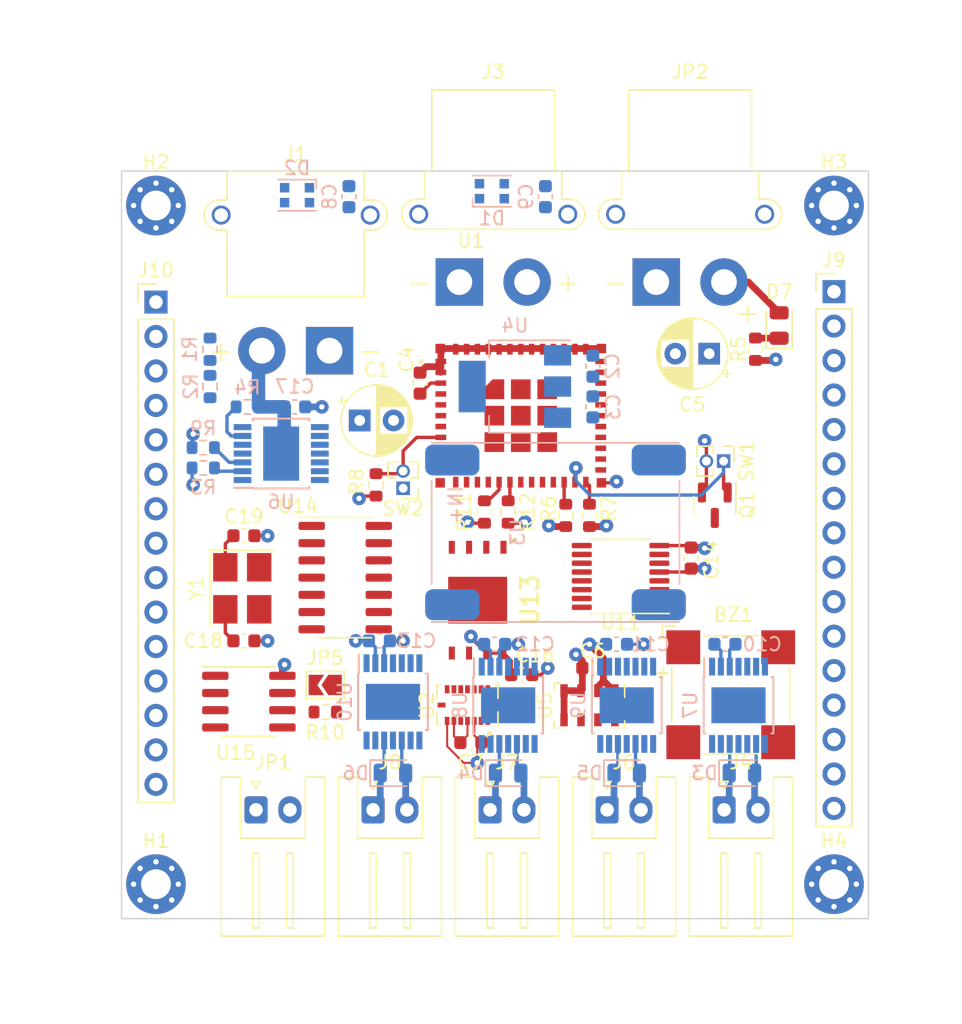
<source format=kicad_pcb>
(kicad_pcb (version 20211014) (generator pcbnew)
  (title_block (rev "1"))
  (layers (0 "F.Cu" signal "Front") (1 "In1.Cu" signal) (2 "In2.Cu" signal) (31 "B.Cu" signal "Back") (34 "B.Paste" user) (35 "F.Paste" user) (36 "B.SilkS" user "B.Silkscreen") (37 "F.SilkS" user "F.Silkscreen") (38 "B.Mask" user) (39 "F.Mask" user) (44 "Edge.Cuts" user))
  (net 0 "")
  (net 1 "+5V")
  (net 2 "Net-(BZ1-Pad2)")
  (net 3 "Earth")
  (net 4 "+BATT")
  (net 5 "/GND")
  (net 6 "VCC")
  (net 7 "+3V3")
  (net 8 "/CAN_CS")
  (net 9 "/FLASH_CS")
  (net 10 "/HSPI_SCK")
  (net 11 "/HSPI_MISO")
  (net 13 "/HSPI_MOSI")
  (net 14 "/BOOTLOADER")
  (net 16 "/PYRO_1")
  (net 17 "/PYRO_2")
  (net 18 "/PYRO_3")
  (net 19 "/VBAT_SENSE")
  (net 20 "/SDA1")
  (net 23 "/SCL1")
  (net 24 "/SCL")
  (net 26 "/SDA")
  (net 27 "Net-(D2-Pad2)")
  (net 28 "Net-(R8-Pad2)")
  (net 31 "/VSPI_SCK")
  (net 32 "/VSPI_MISO")
  (net 33 "/LED_TX")
  (net 34 "/3V3")
  (net 35 "/VSPI_MOSI")
  (net 36 "Net-(U2-Pad12)")
  (net 38 "/PYRO_4")
  (net 39 "/5V")
  (net 40 "/EDDA_EN")
  (net 41 "/EDDA_PWR")
  (net 42 "Net-(C18-Pad1)")
  (net 43 "Net-(C19-Pad1)")
  (net 44 "Net-(D7-Pad1)")
  (net 45 "/RX0")
  (net 46 "/TX0")
  (net 47 "/RX1")
  (net 48 "/CAN_L")
  (net 49 "/CAN_H")
  (net 50 "Net-(JP1-Pad2)")
  (net 51 "/CAN_RX")
  (net 52 "/CAN_TX")
  (net 53 "Net-(JP5-Pad1)")
  (net 54 "/CURR_EN")
  (net 55 "/CURR_SENSE")
  (net 56 "/CAN_IRQ")
  (net 57 "/CURR_SEL")
  (net 62 "/TX1")
  (net 63 "/RX2")
  (net 64 "/TX2")
  (net 65 "/MISC_GPIO0")
  (net 66 "/MISC_GPIO1")
  (net 68 "/MISC_GPIO2")
  (net 71 "/PYRO_1_EN")
  (net 72 "/PYRO_3_EN")
  (net 73 "/PYRO_2_EN")
  (net 74 "/PYRO_4_EN")
  (net 75 "/SDA0")
  (net 76 "/SCL0")
  (net 77 "/MISC_IO0")
  (net 78 "/LED_RMT")
  (net 79 "/MISC_IO2")
  (net 80 "/MISC_IO1")
  (net 83 "/MISC_IO3")
  (footprint "lib:SON127P800X600X80-9N-D" (layer "F.Cu") (at 219.640887 129.96 -90)
    (fp_text reference "U13")
    (fp_text value "W25N02KVZEIR" hide)
  )
  (footprint "Package_SO:TSSOP-16_4.4x5mm_P0.65mm" (layer "F.Cu") (at 230.188887 128.21 180)
    (fp_text reference "U11")
    (fp_text value "PCA9557PW")
  )
  (footprint "Connector_JST:JST_XH_S2B-XH-A_1x02_P2.50mm_Horizontal" (layer "F.Cu") (at 203.284887 145.42)
    (fp_text reference "JP1")
    (fp_text value "power switch")
  )
  (footprint "Capacitor_THT:CP_Radial_D5.0mm_P2.50mm" (layer "F.Cu") (at 210.935775 116.71)
    (fp_text reference "C1")
    (fp_text value "vcc_cap")
  )
  (footprint "Package_SO:SOIC-8_3.9x4.9mm_P1.27mm" (layer "F.Cu") (at 202.756887 137.44)
    (fp_text reference "U15")
    (fp_text value "SN65HVD230")
  )
  (footprint "Connector_JST:JST_XH_S2B-XH-A_1x02_P2.50mm_Horizontal" (layer "F.Cu") (at 220.556887 145.42)
    (fp_text reference "J7")
    (fp_text value "Conn_01x02")
  )
  (footprint "Capacitor_SMD:C_0603_1608Metric" (layer "F.Cu") (at 228.140887 134.96 180)
    (fp_text reference "C6")
    (fp_text value "0.1u")
  )
  (footprint "Connector_JST:JST_XH_S2B-XH-A_1x02_P2.50mm_Horizontal" (layer "F.Cu") (at 229.192887 145.42)
    (fp_text reference "J6")
    (fp_text value "Conn_01x02")
  )
  (footprint "Resistor_SMD:R_0603_1608Metric" (layer "F.Cu") (at 220.140887 123.46 -90)
    (fp_text reference "R11")
    (fp_text value "2k2")
  )
  (footprint "Connector_PinHeader_1.27mm:PinHeader_1x02_P1.27mm_Vertical" (layer "F.Cu") (at 214.140887 121.71 180)
    (fp_text reference "SW2")
    (fp_text value "SW_SPST")
  )
  (footprint "Connector_PinHeader_1.27mm:PinHeader_1x02_P1.27mm_Vertical" (layer "F.Cu") (at 237.790887 119.71 -90)
    (fp_text reference "SW1")
    (fp_text value "SW_SPST")
  )
  (footprint "Package_TO_SOT_SMD:SOT-23" (layer "F.Cu") (at 237.140887 122.96 -90)
    (fp_text reference "Q1")
    (fp_text value "FDN359BN")
  )
  (footprint "MountingHole:MountingHole_2.2mm_M2_Pad_Via" (layer "F.Cu") (at 195.898887 100.864)
    (fp_text reference "H2")
    (fp_text value "MountingHole_Pad")
  )
  (footprint "Buzzer_Beeper:MagneticBuzzer_CUI_CMT-8504-100-SMT" (layer "F.Cu") (at 238.316887 136.932)
    (fp_text reference "BZ1")
    (fp_text value "CMT-8504-100")
  )
  (footprint "Connector_PinHeader_2.54mm:PinHeader_1x15_P2.54mm_Vertical" (layer "F.Cu") (at 195.898887 107.981)
    (fp_text reference "J10")
    (fp_text value "Conn_01x15")
  )
  (footprint "MountingHole:MountingHole_2.2mm_M2_Pad_Via" (layer "F.Cu") (at 245.936887 150.902)
    (fp_text reference "H4")
    (fp_text value "MountingHole_Pad")
  )
  (footprint "Resistor_SMD:R_0603_1608Metric" (layer "F.Cu") (at 208.390887 138.21 180)
    (fp_text reference "R10")
    (fp_text value "120")
  )
  (footprint "Jumper:SolderJumper-2_P1.3mm_Open_TrianglePad1.0x1.5mm" (layer "F.Cu") (at 208.390887 136.21 180)
    (fp_text reference "JP5")
    (fp_text value "SolderJumper_2_Open")
  )
  (footprint "Connector_AMASS:AMASS_XT30PW-M_1x02_P2.50mm_Horizontal" (layer "F.Cu") (at 208.711287 111.5682)
    (fp_text reference "J1")
    (fp_text value "xt30")
  )
  (footprint "Package_SO:SOIC-14_3.9x8.7mm_P1.27mm" (layer "F.Cu") (at 209.868887 128.296)
    (fp_text reference "U14")
    (fp_text value "MCP2517FD-xSL")
  )
  (footprint "Capacitor_SMD:C_0603_1608Metric" (layer "F.Cu") (at 235.390887 126.857 90)
    (fp_text reference "C14")
    (fp_text value "0.1u")
  )
  (footprint "Connector_JST:JST_XH_S2B-XH-A_1x02_P2.50mm_Horizontal" (layer "F.Cu") (at 237.828887 145.42)
    (fp_text reference "J4")
    (fp_text value "Conn_01x02")
  )
  (footprint "Package_LGA:LGA-8_3x5mm_P1.25mm" (layer "F.Cu") (at 227.890887 137.71 -90)
    (fp_text reference "U5")
    (fp_text value "MS5611-01BA")
  )
  (footprint "MountingHole:MountingHole_2.2mm_M2_Pad_Via" (layer "F.Cu") (at 245.936887 100.864)
    (fp_text reference "H3")
    (fp_text value "MountingHole_Pad")
  )
  (footprint "Resistor_SMD:R_0603_1608Metric" (layer "F.Cu") (at 240.140887 111.46 -90)
    (fp_text reference "R5")
    (fp_text value "300")
  )
  (footprint "Connector_AMASS:AMASS_XT30PW-F_1x02_P2.50mm_Horizontal" (layer "F.Cu") (at 232.819687 106.506)
    (fp_text reference "JP2")
    (fp_text value "pyro_arm")
  )
  (footprint "lib:MODULE_ESP32-PICO-MINI-02U" (layer "F.Cu") (at 222.822887 116.358)
    (fp_text reference "U1")
    (fp_text value "ESP32-PICO-MINI-02")
  )
  (footprint "Connector_AMASS:AMASS_XT30PW-F_1x02_P2.50mm_Horizontal" (layer "F.Cu") (at 218.290887 106.506)
    (fp_text reference "J3")
    (fp_text value "xt30")
  )
  (footprint "Resistor_SMD:R_0603_1608Metric" (layer "F.Cu") (at 221.890887 123.46 -90)
    (fp_text reference "R12")
    (fp_text value "2k2")
  )
  (footprint "bmi088:PQFN50P450X300X100-16N" (layer "F.Cu") (at 218.890887 137.694 180)
    (fp_text reference "U2")
    (fp_text value "BMI088")
  )
  (footprint "Capacitor_SMD:C_0603_1608Metric" (layer "F.Cu") (at 215.390887 113.96 90)
    (fp_text reference "C4")
    (fp_text value "4.7u")
  )
  (footprint "Capacitor_SMD:C_0603_1608Metric" (layer "F.Cu") (at 202.390887 125.21)
    (fp_text reference "C19")
    (fp_text value "10p")
  )
  (footprint "Capacitor_THT:CP_Radial_D5.0mm_P2.50mm" (layer "F.Cu") (at 236.728 111.786 180)
    (fp_text reference "C5")
    (fp_text value "edda_cap")
  )
  (footprint "Connector_PinHeader_2.54mm:PinHeader_1x16_P2.54mm_Vertical" (layer "F.Cu") (at 245.936887 107.214)
    (fp_text reference "J9")
    (fp_text value "Conn_01x16")
  )
  (footprint "Capacitor_SMD:C_0603_1608Metric" (layer "F.Cu") (at 222.890887 135.46)
    (fp_text reference "C16")
    (fp_text value "0.1u")
  )
  (footprint "Diode_SMD:D_0805_2012Metric" (layer "F.Cu") (at 241.890887 109.71 90)
    (fp_text reference "D7")
    (fp_text value "LED_Small")
  )
  (footprint "Capacitor_SMD:C_0603_1608Metric" (layer "F.Cu") (at 202.390887 132.96)
    (fp_text reference "C18")
    (fp_text value "10p")
  )
  (footprint "Resistor_SMD:R_0603_1608Metric" (layer "F.Cu") (at 227.890887 123.71 -90)
    (fp_text reference "R7")
    (fp_text value "2k2")
  )
  (footprint "Resistor_SMD:R_0603_1608Metric" (layer "F.Cu") (at 212.140887 121.46 90)
    (fp_text reference "R8")
    (fp_text value "10k")
  )
  (footprint "Capacitor_SMD:C_0603_1608Metric" (layer "F.Cu") (at 219.140887 140.46 180)
    (fp_text reference "C7")
    (fp_text value "0.1u")
  )
  (footprint "MountingHole:MountingHole_2.2mm_M2_Pad_Via" (layer "F.Cu") (at 195.898887 150.902)
    (fp_text reference "H1")
    (fp_text value "MountingHole_Pad")
  )
  (footprint "Resistor_SMD:R_0603_1608Metric" (layer "F.Cu") (at 226.140887 123.71 -90)
    (fp_text reference "R6")
    (fp_text value "2k2")
  )
  (footprint "Connector_JST:JST_XH_S2B-XH-A_1x02_P2.50mm_Horizontal" (layer "F.Cu") (at 211.920887 145.42)
    (fp_text reference "J8")
    (fp_text value "Conn_01x02")
  )
  (footprint "Oscillator:Oscillator_SMD_SeikoEpson_SG8002CE-4Pin_3.2x2.5mm_HandSoldering" (layer "F.Cu") (at 202.268887 129.084 -90)
    (fp_text reference "Y1")
    (fp_text value "40MHz")
  )
  (footprint "Capacitor_SMD:C_0603_1608Metric" (layer "B.Cu") (at 224.640887 100.21 -90)
    (fp_text reference "C9")
    (fp_text value "0.1u")
  )
  (footprint "Package_SO:Infineon_PG-TSDSO-14-22" (layer "B.Cu") (at 221.890887 137.71 -90)
    (fp_text reference "U8")
    (fp_text value "BTN7030-1EPA")
  )
  (footprint "Capacitor_SMD:C_0603_1608Metric" (layer "B.Cu") (at 206.140887 115.71)
    (fp_text reference "C17")
    (fp_text value "0.1u")
  )
  (footprint "china_buck:china_buck" (layer "B.Cu") (at 225.640887 124.96 -90)
    (fp_text reference "U3")
    (fp_text value "china_buck_converter")
  )
  (footprint "Diode_SMD:D_0805_2012Metric" (layer "B.Cu") (at 213.390887 142.71)
    (fp_text reference "D6")
    (fp_text value "D_TVS")
  )
  (footprint "Resistor_SMD:R_0603_1608Metric" (layer "B.Cu") (at 199.890887 114.21 -90)
    (fp_text reference "R2")
    (fp_text value "2k2")
  )
  (footprint "Resistor_SMD:R_0603_1608Metric" (layer "B.Cu") (at 202.640887 115.71 180)
    (fp_text reference "R4")
    (fp_text value "2.2k")
  )
  (footprint "Capacitor_SMD:C_0603_1608Metric" (layer "B.Cu") (at 212.390887 132.96)
    (fp_text reference "C13")
    (fp_text value "0.1u")
  )
  (footprint "Diode_SMD:D_0805_2012Metric" (layer "B.Cu") (at 239.140887 142.71)
    (fp_text reference "D3")
    (fp_text value "D_TVS")
  )
  (footprint "Package_SO:Infineon_PG-TSDSO-14-22" (layer "B.Cu") (at 238.890887 137.71 -90)
    (fp_text reference "U7")
    (fp_text value "BTN7030-1EPA")
  )
  (footprint "Package_SO:Infineon_PG-TSDSO-14-22" (layer "B.Cu") (at 205.140887 119.152)
    (fp_text reference "U6")
    (fp_text value "BTS70802")
  )
  (footprint "Resistor_SMD:R_0603_1608Metric" (layer "B.Cu") (at 199.390887 118.71 180)
    (fp_text reference "R9")
    (fp_text value "300")
  )
  (footprint "Diode_SMD:D_0805_2012Metric" (layer "B.Cu") (at 221.890887 142.71)
    (fp_text reference "D4")
    (fp_text value "D_TVS")
  )
  (footprint "Resistor_SMD:R_0603_1608Metric" (layer "B.Cu") (at 199.890887 111.46 -90)
    (fp_text reference "R1")
    (fp_text value "10k")
  )
  (footprint "Package_SO:Infineon_PG-TSDSO-14-22" (layer "B.Cu") (at 213.390887 137.456 -90)
    (fp_text reference "U10")
    (fp_text value "BTN7030-1EPA")
  )
  (footprint "Capacitor_SMD:C_0603_1608Metric" (layer "B.Cu") (at 228.140887 112.71 90)
    (fp_text reference "C2")
    (fp_text value "4.7u")
  )
  (footprint "Capacitor_SMD:C_0603_1608Metric" (layer "B.Cu") (at 229.890887 133.21)
    (fp_text reference "C11")
    (fp_text value "0.1u")
  )
  (footprint "Capacitor_SMD:C_0603_1608Metric" (layer "B.Cu") (at 237.890887 133.21)
    (fp_text reference "C10")
    (fp_text value "0.1u")
  )
  (footprint "Package_SO:Infineon_PG-TSDSO-14-22" (layer "B.Cu") (at 230.640887 137.71 -90)
    (fp_text reference "U9")
    (fp_text value "BTN7030-1EPA")
  )
  (footprint "LED_SMD:LED_WS2812B-2020_PLCC4_2.0x2.0mm" (layer "B.Cu") (at 206.312887 100.102 180)
    (fp_text reference "D2")
    (fp_text value "WS2812B")
  )
  (footprint "Diode_SMD:D_0805_2012Metric" (layer "B.Cu") (at 230.640887 142.71)
    (fp_text reference "D5")
    (fp_text value "D_TVS")
  )
  (footprint "Capacitor_SMD:C_0603_1608Metric" (layer "B.Cu") (at 220.890887 133.21)
    (fp_text reference "C12")
    (fp_text value "0.1u")
  )
  (footprint "Capacitor_SMD:C_0603_1608Metric" (layer "B.Cu") (at 210.140887 100.21 -90)
    (fp_text reference "C8")
    (fp_text value "0.1u")
  )
  (footprint "Package_TO_SOT_SMD:SOT-223-3_TabPin2" (layer "B.Cu") (at 222.390887 114.21 180)
    (fp_text reference "U4")
    (fp_text value " AP7361-33ER-13 ")
  )
  (footprint "Resistor_SMD:R_0603_1608Metric" (layer "B.Cu") (at 199.390887 120.21)
    (fp_text reference "R3")
    (fp_text value "10k")
  )
  (footprint "Capacitor_SMD:C_0603_1608Metric" (layer "B.Cu") (at 228.140887 115.71 -90)
    (fp_text reference "C3")
    (fp_text value "4.7u")
  )
  (footprint "LED_SMD:LED_WS2812B-2020_PLCC4_2.0x2.0mm" (layer "B.Cu") (at 220.689887 99.806)
    (fp_text reference "D1")
    (fp_text value "WS2812B")
  )
  (gr_line locked (start 193.358887 98.324) (end 193.358887 153.442) (layer "Edge.Cuts") (width 0.1))
  (gr_line locked (start 248.476887 98.324) (end 193.358887 98.324) (layer "Edge.Cuts") (width 0.1))
  (gr_line locked (start 193.358887 153.442) (end 248.476887 153.442) (layer "Edge.Cuts") (width 0.1))
  (gr_line locked (start 248.476887 153.442) (end 248.476887 98.324) (layer "Edge.Cuts") (width 0.1))
  (segment (start 236.340887 126.082) (end 235.390887 126.082) (width 0.5) (layer "F.Cu") (net 3))
  (segment (start 227.365887 136.535) (end 227.265887 136.635) (width 0.5) (layer "F.Cu") (net 3))
  (segment (start 236.520887 119.71) (end 236.520887 118.34) (width 0.25) (layer "F.Cu") (net 3))
  (segment (start 218.890887 139.935) (end 218.365887 140.46) (width 0.15) (layer "F.Cu") (net 3))
  (segment (start 217.890887 138.859) (end 217.890887 139.985) (width 0.15) (layer "F.Cu") (net 3))
  (segment (start 226.015887 136.635) (end 226.015887 138.785) (width 0.5) (layer "F.Cu") (net 3))
  (segment (start 216.922887 112.742) (end 215.833887 112.742) (width 0.5) (layer "F.Cu") (net 3))
  (segment (start 203.165887 125.21) (end 204.140887 125.21) (width 0.25) (layer "F.Cu") (net 3))
  (segment (start 233.051387 125.935) (end 235.243887 125.935) (width 0.25) (layer "F.Cu") (net 3))
  (segment (start 205.231887 135.535) (end 205.231887 134.869) (width 0.5) (layer "F.Cu") (net 3))
  (segment (start 215.833887 112.742) (end 215.390887 113.185) (width 0.5) (layer "F.Cu") (net 3))
  (segment (start 236.520887 118.34) (end 236.390887 118.21) (width 0.25) (layer "F.Cu") (net 3))
  (segment (start 223.665887 135.46) (end 224.315389 135.46) (width 0.25) (layer "F.Cu") (net 3))
  (segment (start 229.792887 121.308) (end 228.772887 121.308) (width 0.25) (layer "F.Cu") (net 3))
  (segment (start 218.890887 138.859) (end 218.890887 139.935) (width 0.15) (layer "F.Cu") (net 3))
  (segment (start 229.890887 121.21) (end 229.792887 121.308) (width 0.25) (layer "F.Cu") (net 3))
  (segment (start 216.922887 112.742) (end 216.922887 113.158) (width 0.5) (layer "F.Cu") (net 3))
  (segment (start 226.890887 133.96) (end 227.365887 134.435) (width 0.5) (layer "F.Cu") (net 3))
  (segment (start 217.890887 139.985) (end 218.365887 140.46) (width 0.15) (layer "F.Cu") (net 3))
  (segment (start 216.872887 111.408) (end 228.772887 111.408) (width 0.5) (layer "F.Cu") (net 3))
  (segment (start 236.390887 126.132) (end 236.340887 126.082) (width 0.5) (layer "F.Cu") (net 3))
  (segment (start 227.365887 134.435) (end 227.365887 134.96) (width 0.5) (layer "F.Cu") (net 3))
  (segment (start 236.520887 119.71) (end 236.520887 121.6925) (width 0.25) (layer "F.Cu") (net 3))
  (segment (start 236.520887 121.6925) (end 236.190887 122.0225) (width 0.25) (layer "F.Cu") (net 3))
  (segment (start 216.922887 112.358) (end 216.922887 112.742) (width 0.5) (layer "F.Cu") (net 3))
  (segment (start 227.265887 136.635) (end 226.015887 136.635) (width 0.5) (layer "F.Cu") (net 3))
  (segment (start 205.231887 134.869) (end 205.390887 134.71) (width 0.5) (layer "F.Cu") (net 3))
  (segment (start 224.315389 135.46) (end 224.815389 134.96) (width 0.25) (layer "F.Cu") (net 3))
  (segment (start 241.565887 112.285) (end 240.140887 112.285) (width 0.5) (layer "F.Cu") (net 3))
  (segment (start 203.165887 132.96) (end 204.140887 132.96) (width 0.25) (layer "F.Cu") (net 3))
  (segment (start 241.640887 112.21) (end 241.565887 112.285) (width 0.5) (layer "F.Cu") (net 3))
  (segment (start 235.243887 125.935) (end 235.390887 126.082) (width 0.25) (layer "F.Cu") (net 3))
  (segment (start 216.922887 112.358) (end 216.922887 111.458) (width 0.5) (layer "F.Cu") (net 3))
  (segment (start 216.922887 111.458) (end 216.872887 111.408) (width 0.5) (layer "F.Cu") (net 3))
  (segment (start 227.365887 134.96) (end 227.365887 136.535) (width 0.5) (layer "F.Cu") (net 3))
  (via (at 236.390887 126.132) (size 1) (drill 0.4) (layers "F.Cu" "B.Cu") (net 3))
  (via (at 241.640887 112.21) (size 1) (drill 0.4) (layers "F.Cu" "B.Cu") (net 3))
  (via (at 226.890887 133.96) (size 1) (drill 0.4) (layers "F.Cu" "B.Cu") (net 3))
  (via (at 204.140887 125.21) (size 1) (drill 0.4) (layers "F.Cu" "B.Cu") (net 3))
  (via (at 198.640887 121.46) (size 1) (drill 0.4) (layers "F.Cu" "B.Cu") (net 3))
  (via (at 231.890887 133.21) (size 1) (drill 0.4) (layers "F.Cu" "B.Cu") (net 3))
  (via (at 198.640887 117.71) (size 1) (drill 0.4) (layers "F.Cu" "B.Cu") (net 3))
  (via (at 204.140887 132.96) (size 1) (drill 0.4) (layers "F.Cu" "B.Cu") (net 3))
  (via (at 214.140887 132.96) (size 1) (drill 0.4) (layers "F.Cu" "B.Cu") (net 3))
  (via (at 205.390887 134.71) (size 1) (drill 0.4) (layers "F.Cu" "B.Cu") (net 3))
  (via (at 229.890887 121.21) (size 1) (drill 0.4) (layers "F.Cu" "B.Cu") (net 3))
  (via (at 222.640887 133.21) (size 1) (drill 0.4) (layers "F.Cu" "B.Cu") (net 3))
  (via (at 224.815389 134.96) (size 1) (drill 0.4) (layers "F.Cu" "B.Cu") (net 3))
  (via (at 236.390887 118.21) (size 1) (drill 0.4) (layers "F.Cu" "B.Cu") (net 3))
  (via (at 208.140887 115.71) (size 1) (drill 0.4) (layers "F.Cu" "B.Cu") (net 3))
  (segment (start 212.453387 144.8875) (end 211.920887 145.42) (width 0.5) (layer "B.Cu") (net 3))
  (segment (start 213.165887 132.96) (end 214.140887 132.96) (width 0.25) (layer "B.Cu") (net 3))
  (segment (start 222.640887 133.21) (end 221.665887 133.21) (width 0.25) (layer "B.Cu") (net 3))
  (segment (start 220.953387 142.71) (end 220.953387 145.0235) (width 0.5) (layer "B.Cu") (net 3))
  (segment (start 238.203387 142.71) (end 238.240887 142.6725) (width 0.25) (layer "B.Cu") (net 3))
  (segment (start 229.703387 142.71) (end 229.990887 142.4225) (width 0.25) (layer "B.Cu") (net 3))
  (segment (start 238.203387 142.71) (end 238.203387 145.0455) (width 0.5) (layer "B.Cu") (net 3))
  (segment (start 198.565887 121.385) (end 198.640887 121.46) (width 0.25) (layer "B.Cu") (net 3))
  (segment (start 238.240887 142.6725) (end 238.240887 140.56) (width 0.25) (layer "B.Cu") (net 3))
  (segment (start 212.740887 140.306) (end 212.740887 142.4225) (width 0.25) (layer "B.Cu") (net 3))
  (segment (start 212.740887 133.385) (end 212.740887 134.606) (width 0.25) (layer "B.Cu") (net 3))
  (segment (start 221.240887 142.4225) (end 220.953387 142.71) (width 0.25) (layer "B.Cu") (net 3))
  (segment (start 221.665887 133.21) (end 221.240887 133.635) (width 0.25) (layer "B.Cu") (net 3))
  (segment (start 198.565887 118.71) (end 198.565887 117.785) (width 0.25) (layer "B.Cu") (net 3))
  (segment (start 220.953387 145.0235) (end 220.556887 145.42) (width 0.5) (layer "B.Cu") (net 3))
  (segment (start 238.665887 133.21) (end 238.240887 133.635) (width 0.25) (layer "B.Cu") (net 3))
  (segment (start 212.740887 142.4225) (end 212.453387 142.71) (width 0.25) (layer "B.Cu") (net 3))
  (segment (start 229.703387 144.9095) (end 229.192887 145.42) (width 0.5) (layer "B.Cu") (net 3))
  (segment (start 229.703387 142.71) (end 229.703387 144.9095) (width 0.5) (layer "B.Cu") (net 3))
  (segment (start 229.990887 142.4225) (end 229.990887 140.56) (width 0.25) (layer "B.Cu") (net 3))
  (segment (start 212.453387 142.71) (end 212.453387 144.8875) (width 0.5) (layer "B.Cu") (net 3))
  (segment (start 198.565887 120.21) (end 198.565887 121.385) (width 0.25) (layer "B.Cu") (net 3))
  (segment (start 213.165887 132.96) (end 212.740887 133.385) (width 0.25) (layer "B.Cu") (net 3))
  (segment (start 221.240887 133.635) (end 221.240887 134.86) (width 0.25) (layer "B.Cu") (net 3))
  (segment (start 238.240887 133.635) (end 238.240887 134.86) (width 0.25) (layer "B.Cu") (net 3))
  (segment (start 221.240887 140.56) (end 221.240887 142.4225) (width 0.25) (layer "B.Cu") (net 3))
  (segment (start 198.565887 117.785) (end 198.640887 117.71) (width 0.25) (layer "B.Cu") (net 3))
  (segment (start 230.665887 133.21) (end 231.890887 133.21) (width 0.25) (layer "B.Cu") (net 3))
  (segment (start 238.203387 145.0455) (end 237.828887 145.42) (width 0.5) (layer "B.Cu") (net 3))
  (segment (start 206.915887 115.71) (end 208.140887 115.71) (width 0.5) (layer "B.Cu") (net 3))
  (segment (start 203.465887 115.71) (end 203.465887 111.8136) (width 1) (layer "B.Cu") (net 4))
  (segment (start 205.365887 115.71) (end 205.365887 118.927) (width 1) (layer "B.Cu") (net 4))
  (segment (start 203.465887 111.8136) (end 203.711287 111.5682) (width 1) (layer "B.Cu") (net 4))
  (segment (start 205.365887 115.71) (end 203.465887 115.71) (width 1) (layer "B.Cu") (net 4))
  (segment (start 205.365887 118.927) (end 205.140887 119.152) (width 1) (layer "B.Cu") (net 4))
  (segment (start 228.915887 135.935) (end 228.515887 136.335) (width 0.5) (layer "F.Cu") (net 7))
  (segment (start 217.390887 138.859) (end 217.390887 140.737138) (width 0.15) (layer "F.Cu") (net 7))
  (segment (start 235.137887 127.885) (end 235.390887 127.632) (width 0.25) (layer "F.Cu") (net 7))
  (segment (start 219.140887 132.635498) (end 219.140887 132.725) (width 0.25) (layer "F.Cu") (net 7))
  (segment (start 229.665887 136.635) (end 229.765887 136.635) (width 0.5) (layer "F.Cu") (net 7))
  (segment (start 229.065887 124.535) (end 227.890887 124.535) (width 0.5) (layer "F.Cu") (net 7))
  (segment (start 233.051387 127.885) (end 235.137887 127.885) (width 0.25) (layer "F.Cu") (net 7))
  (segment (start 228.915887 134.96) (end 228.915887 135.785) (width 0.5) (layer "F.Cu") (net 7))
  (segment (start 211.065887 122.285) (end 212.140887 122.285) (width 0.25) (layer "F.Cu") (net 7))
  (segment (start 228.915887 134.235) (end 228.915887 134.96) (width 0.5) (layer "F.Cu") (net 7))
  (segment (start 224.890887 124.46) (end 224.965887 124.535) (width 0.5) (layer "F.Cu") (net 7))
  (segment (start 219.915887 140.46) (end 219.603608 140.772279) (width 0.15) (layer "F.Cu") (net 7))
  (segment (start 228.915887 135.785) (end 228.915887 135.935) (width 0.5) (layer "F.Cu") (net 7))
  (segment (start 224.965887 124.535) (end 226.140887 124.535) (width 0.5) (layer "F.Cu") (net 7))
  (segment (start 235.390887 127.632) (end 236.390887 127.632) (width 0.5) (layer "F.Cu") (net 7))
  (segment (start 221.890887 124.285) (end 223.065887 124.285) (width 0.25) (layer "F.Cu") (net 7))
  (segment (start 220.140887 124.285) (end 218.965887 124.285) (width 0.25) (layer "F.Cu") (net 7))
  (segment (start 219.140887 132.725) (end 220.275887 133.86) (width 0.25) (layer "F.Cu") (net 7))
  (segment (start 219.390887 138.859) (end 219.390887 139.935) (width 0.15) (layer "F.Cu") (net 7))
  (segment (start 219.390887 139.935) (end 219.915887 140.46) (width 0.15) (layer "F.Cu") (net 7))
  (segment (start 216.167887 113.958) (end 215.390887 114.735) (width 0.25) (layer "F.Cu") (net 7))
  (segment (start 218.965887 124.285) (end 218.890887 124.21) (width 0.25) (layer "F.Cu") (net 7))
  (segment (start 222.115887 135.46) (end 222.115887 134.43) (width 0.25) (layer "F.Cu") (net 7))
  (segment (start 228.915887 135.785) (end 228.915887 135.885) (width 0.5) (layer "F.Cu") (net 7))
  (segment (start 218.609793 141.956044) (end 219.603608 141.956044) (width 0.15) (layer "F.Cu") (net 7))
  (segment (start 228.515887 136.335) (end 228.515887 136.635) (width 0.5) (layer "F.Cu") (net 7))
  (segment (start 228.915887 135.885) (end 229.665887 136.635) (width 0.5) (layer "F.Cu") (net 7))
  (segment (start 210.890887 122.46) (end 211.065887 122.285) (width 0.25) (layer "F.Cu") (net 7))
  (segment (start 219.603608 140.772279) (end 219.603608 141.956044) (width 0.15) (layer "F.Cu") (net 7))
  (segment (start 222.115887 134.43) (end 221.545887 133.86) (width 0.25) (layer "F.Cu") (net 7))
  (segment (start 227.890887 133.21) (end 228.915887 134.235) (width 0.5) (layer "F.Cu") (net 7))
  (segment (start 229.140887 124.46) (end 229.065887 124.535) (width 0.5) (layer "F.Cu") (net 7))
  (segment (start 217.390887 140.737138) (end 218.609793 141.956044) (width 0.15) (layer "F.Cu") (net 7))
  (segment (start 216.922887 113.958) (end 216.167887 113.958) (width 0.25) (layer "F.Cu") (net 7))
  (segment (start 221.545887 133.86) (end 220.275887 133.86) (width 0.25) (layer "F.Cu") (net 7))
  (segment (start 223.065887 124.285) (end 223.140887 124.21) (width 0.25) (layer "F.Cu") (net 7))
  (via (at 210.890887 122.46) (size 1) (drill 0.4) (layers "F.Cu" "B.Cu") (net 7))
  (via (at 236.390887 127.632) (size 1) (drill 0.4) (layers "F.Cu" "B.Cu") (net 7))
  (via (at 227.890887 133.21) (size 1) (drill 0.4) (layers "F.Cu" "B.Cu") (net 7))
  (via (at 229.140887 124.46) (size 1) (drill 0.4) (layers "F.Cu" "B.Cu") (net 7))
  (via (at 210.640887 132.96) (size 1) (drill 0.4) (layers "F.Cu" "B.Cu") (net 7))
  (via (at 219.603608 141.956044) (size 1) (drill 0.4) (layers "F.Cu" "B.Cu") (net 7))
  (via (at 224.890887 124.46) (size 1) (drill 0.4) (layers "F.Cu" "B.Cu") (net 7))
  (via (at 218.890887 124.21) (size 1) (drill 0.4) (layers "F.Cu" "B.Cu") (net 7))
  (via (at 223.140887 124.21) (size 1) (drill 0.4) (layers "F.Cu" "B.Cu") (net 7))
  (via (at 219.140887 132.635498) (size 1) (drill 0.4) (layers "F.Cu" "B.Cu") (net 7))
  (segment (start 237.590887 133.685) (end 237.590887 134.86) (width 0.25) (layer "B.Cu") (net 7))
  (segment (start 212.090887 133.435) (end 212.090887 134.606) (width 0.25) (layer "B.Cu") (net 7))
  (segment (start 211.615887 132.96) (end 212.090887 133.435) (width 0.25) (layer "B.Cu") (net 7))
  (segment (start 220.115887 133.21) (end 220.590887 133.685) (width 0.25) (layer "B.Cu") (net 7))
  (segment (start 219.140887 132.635498) (end 219.715389 133.21) (width 0.25) (layer "B.Cu") (net 7))
  (segment (start 211.615887 132.96) (end 210.640887 132.96) (width 0.25) (layer "B.Cu") (net 7))
  (segment (start 237.115887 133.21) (end 237.590887 133.685) (width 0.25) (layer "B.Cu") (net 7))
  (segment (start 220.590887 133.685) (end 220.590887 134.86) (width 0.25) (layer "B.Cu") (net 7))
  (segment (start 219.715389 133.21) (end 220.115887 133.21) (width 0.25) (layer "B.Cu") (net 7))
  (segment (start 227.890887 133.21) (end 229.115887 133.21) (width 0.25) (layer "B.Cu") (net 7))
  (segment (start 237.790887 121.7225) (end 238.090887 122.0225) (width 0.25) (layer "F.Cu") (net 14))
  (segment (start 226.822887 121.258) (end 226.822887 120.278) (width 0.25) (layer "F.Cu") (net 14))
  (segment (start 237.790887 119.71) (end 237.790887 121.7225) (width 0.25) (layer "F.Cu") (net 14))
  (segment (start 226.822887 120.278) (end 226.890887 120.21) (width 0.25) (layer "F.Cu") (net 14))
  (via (at 226.890887 120.21) (size 1) (drill 0.4) (layers "F.Cu" "B.Cu") (net 14))
  (segment (start 237.790887 120.56) (end 237.790887 119.71) (width 0.25) (layer "B.Cu") (net 14))
  (segment (start 236.140887 122.21) (end 237.790887 120.56) (width 0.25) (layer "B.Cu") (net 14))
  (segment (start 226.890887 120.21) (end 226.890887 121.173874) (width 0.25) (layer "B.Cu") (net 14))
  (segment (start 226.890887 121.173874) (end 227.927013 122.21) (width 0.25) (layer "B.Cu") (net 14))
  (segment (start 227.927013 122.21) (end 236.140887 122.21) (width 0.25) (layer "B.Cu") (net 14))
  (segment (start 240.190887 142.5975) (end 240.190887 140.56) (width 0.25) (layer "B.Cu") (net 16))
  (segment (start 240.078387 145.1695) (end 240.328887 145.42) (width 0.5) (layer "B.Cu") (net 16))
  (segment (start 240.078387 142.71) (end 240.190887 142.5975) (width 0.25) (layer "B.Cu") (net 16))
  (segment (start 240.078387 142.71) (end 240.078387 145.1695) (width 0.5) (layer "B.Cu") (net 16))
  (segment (start 231.290887 142.4225) (end 231.290887 140.56) (width 0.25) (layer "B.Cu") (net 17))
  (segment (start 231.578387 142.71) (end 231.578387 145.3055) (width 0.5) (layer "B.Cu") (net 17))
  (segment (start 231.578387 145.3055) (end 231.692887 145.42) (width 0.5) (layer "B.Cu") (net 17))
  (segment (start 231.578387 142.71) (end 231.290887 142.4225) (width 0.25) (layer "B.Cu") (net 17))
  (segment (start 222.828387 142.71) (end 223.056887 142.9385) (width 0.5) (layer "B.Cu") (net 18))
  (segment (start 222.540887 142.4225) (end 222.828387 142.71) (width 0.25) (layer "B.Cu") (net 18))
  (segment (start 222.540887 140.56) (end 222.540887 142.4225) (width 0.25) (layer "B.Cu") (net 18))
  (segment (start 223.056887 142.9385) (end 223.056887 145.42) (width 0.5) (layer "B.Cu") (net 18))
  (segment (start 220.40964 122.635) (end 220.140887 122.635) (width 0.25) (layer "F.Cu") (net 20))
  (segment (start 221.222887 121.258) (end 221.222887 121.821753) (width 0.25) (layer "F.Cu") (net 20))
  (segment (start 221.222887 121.821753) (end 220.40964 122.635) (width 0.25) (layer "F.Cu") (net 20))
  (segment (start 222.022887 122.503) (end 221.890887 122.635) (width 0.25) (layer "F.Cu") (net 23))
  (segment (start 222.022887 121.258) (end 222.022887 122.503) (width 0.25) (layer "F.Cu") (net 23))
  (segment (start 216.922887 117.958) (end 215.142887 117.958) (width 0.25) (layer "F.Cu") (net 28))
  (segment (start 215.142887 117.958) (end 214.140887 118.96) (width 0.25) (layer "F.Cu") (net 28))
  (segment (start 214.140887 118.96) (end 214.140887 120.44) (width 0.25) (layer "F.Cu") (net 28))
  (segment (start 213.945887 120.635) (end 214.140887 120.44) (width 0.25) (layer "F.Cu") (net 28))
  (segment (start 212.140887 120.635) (end 213.945887 120.635) (width 0.25) (layer "F.Cu") (net 28))
  (segment (start 214.040887 140.306) (end 214.040887 142.4225) (width 0.25) (layer "B.Cu") (net 38))
  (segment (start 214.328387 142.71) (end 214.328387 145.3275) (width 0.5) (layer "B.Cu") (net 38))
  (segment (start 214.040887 142.4225) (end 214.328387 142.71) (width 0.25) (layer "B.Cu") (net 38))
  (segment (start 214.328387 145.3275) (end 214.420887 145.42) (width 0.5) (layer "B.Cu") (net 38))
  (segment (start 200.215887 120.21) (end 200.457887 120.452) (width 0.25) (layer "B.Cu") (net 40))
  (segment (start 200.457887 120.452) (end 202.290887 120.452) (width 0.25) (layer "B.Cu") (net 40))
  (segment (start 239.624387 106.506) (end 241.890887 108.7725) (width 0.5) (layer "F.Cu") (net 41))
  (segment (start 237.819687 106.506) (end 239.624387 106.506) (width 0.5) (layer "F.Cu") (net 41))
  (segment (start 241.874387 108.756) (end 241.890887 108.7725) (width 0.5) (layer "F.Cu") (net 41))
  (segment (start 201.018887 132.363) (end 201.018887 130.634) (width 0.25) (layer "F.Cu") (net 42))
  (segment (start 201.615887 132.96) (end 201.018887 132.363) (width 0.25) (layer "F.Cu") (net 42))
  (segment (start 201.615887 125.21) (end 201.018887 125.807) (width 0.25) (layer "F.Cu") (net 43))
  (segment (start 201.018887 125.807) (end 201.018887 127.534) (width 0.25) (layer "F.Cu") (net 43))
  (segment (start 240.153387 110.6475) (end 240.140887 110.635) (width 0.5) (layer "F.Cu") (net 44))
  (segment (start 241.890887 110.6475) (end 240.153387 110.6475) (width 0.5) (layer "F.Cu") (net 44))
  (segment (start 201.140887 116.385) (end 201.140887 117.539022) (width 0.25) (layer "B.Cu") (net 50))
  (segment (start 201.140887 117.539022) (end 201.453865 117.852) (width 0.25) (layer "B.Cu") (net 50))
  (segment (start 201.815887 115.71) (end 201.140887 116.385) (width 0.25) (layer "B.Cu") (net 50))
  (segment (start 201.453865 117.852) (end 202.290887 117.852) (width 0.25) (layer "B.Cu") (net 50))
  (segment (start 201.266376 119.751511) (end 201.316865 119.802) (width 0.25) (layer "B.Cu") (net 54))
  (segment (start 201.257398 119.751511) (end 201.266376 119.751511) (width 0.25) (layer "B.Cu") (net 54))
  (segment (start 201.316865 119.802) (end 202.290887 119.802) (width 0.25) (layer "B.Cu") (net 54))
  (segment (start 200.215887 118.71) (end 201.257398 119.751511) (width 0.25) (layer "B.Cu") (net 54))
  (segment (start 226.022887 121.258) (end 226.022887 122.767) (width 0.25) (layer "F.Cu") (net 75))
  (segment (start 226.022887 122.767) (end 226.140887 122.885) (width 0.25) (layer "F.Cu") (net 75))
  (segment (start 227.890887 121.526) (end 227.890887 122.885) (width 0.25) (layer "F.Cu") (net 76))
  (segment (start 227.622887 121.258) (end 227.890887 121.526) (width 0.25) (layer "F.Cu") (net 76))
)
</source>
